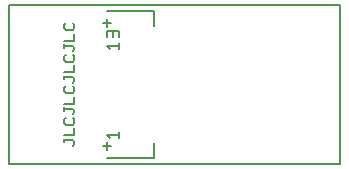
<source format=gto>
G04*
G04 #@! TF.GenerationSoftware,Altium Limited,Altium Designer,22.10.1 (41)*
G04*
G04 Layer_Color=65535*
%FSLAX25Y25*%
%MOIN*%
G70*
G04*
G04 #@! TF.SameCoordinates,35FDAC58-FA5E-4571-A4AC-5025684A0D72*
G04*
G04*
G04 #@! TF.FilePolarity,Positive*
G04*
G01*
G75*
%ADD10C,0.00787*%
%ADD11C,0.00500*%
%ADD12C,0.00600*%
D10*
X-97654Y-21850D02*
Y-19094D01*
X-99032Y-20472D02*
X-96276D01*
X-99032Y20472D02*
X-96276D01*
X-97654Y19094D02*
Y21850D01*
X-81906Y-24409D02*
X-81906Y-19488D01*
X-97654Y-24409D02*
X-81906D01*
X-97654Y24409D02*
X-81906D01*
X-81906Y19488D01*
X-97654Y17717D02*
X-93717D01*
Y15748D02*
Y17717D01*
X-95685Y15748D02*
Y17717D01*
X-97654Y15748D02*
Y17717D01*
Y12795D02*
X-93717D01*
X-97654D02*
X-96669Y11811D01*
X-93717D02*
Y13780D01*
X-97654Y-16732D02*
X-93717D01*
X-97654D02*
X-96669Y-17717D01*
X-93717D02*
Y-15748D01*
D11*
X-20058Y-26600D02*
Y26600D01*
X-130358Y-26600D02*
Y26600D01*
Y-26600D02*
X-20058D01*
X-130358Y26600D02*
X-20058D01*
D12*
X-112099Y-18078D02*
Y-19244D01*
Y-18661D01*
X-109183D01*
X-108600Y-19244D01*
Y-19827D01*
X-109183Y-20410D01*
X-112099Y-16911D02*
X-108600D01*
Y-14579D01*
X-111516Y-11080D02*
X-112099Y-11663D01*
Y-12829D01*
X-111516Y-13412D01*
X-109183D01*
X-108600Y-12829D01*
Y-11663D01*
X-109183Y-11080D01*
X-112099Y-7581D02*
Y-8747D01*
Y-8164D01*
X-109183D01*
X-108600Y-8747D01*
Y-9330D01*
X-109183Y-9913D01*
X-112099Y-6415D02*
X-108600D01*
Y-4082D01*
X-111516Y-583D02*
X-112099Y-1166D01*
Y-2333D01*
X-111516Y-2916D01*
X-109183D01*
X-108600Y-2333D01*
Y-1166D01*
X-109183Y-583D01*
X-112099Y2916D02*
Y1749D01*
Y2333D01*
X-109183D01*
X-108600Y1749D01*
Y1166D01*
X-109183Y583D01*
X-112099Y4082D02*
X-108600D01*
Y6415D01*
X-111516Y9913D02*
X-112099Y9330D01*
Y8164D01*
X-111516Y7581D01*
X-109183D01*
X-108600Y8164D01*
Y9330D01*
X-109183Y9913D01*
X-112099Y13412D02*
Y12246D01*
Y12829D01*
X-109183D01*
X-108600Y12246D01*
Y11663D01*
X-109183Y11080D01*
X-112099Y14579D02*
X-108600D01*
Y16911D01*
X-111516Y20410D02*
X-112099Y19827D01*
Y18661D01*
X-111516Y18078D01*
X-109183D01*
X-108600Y18661D01*
Y19827D01*
X-109183Y20410D01*
M02*

</source>
